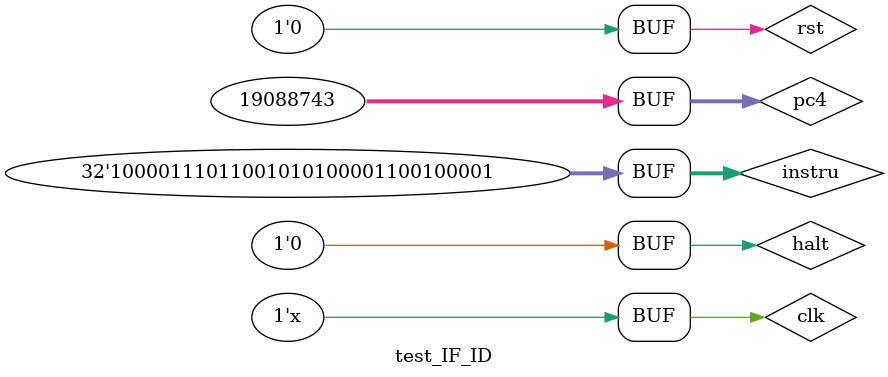
<source format=v>
`timescale 1ns / 1ps
module test_IF_ID( );
	reg clk;
    reg rst;
    reg halt;
    reg [31:0] instru;
    reg [31:0] pc4;
    wire [31:0] instru_out;
    wire [31:0] pc4_out;
    IF_ID test_ifid(
    	clk,rst,halt,instru, pc4,
    	instru_out,pc4_out
    	);
    initial begin
    	clk = 0;
    	rst = 1;
    	halt = 1;
    	instru = 32'h01234567;
    	pc4 = 32'h87654321;
    	#20 rst = 0;
    	#100 rst = 1;
    	#100 rst = 0;
    	#50 halt = 0;
    	instru = 32'h87654321;
    	pc4 = 32'h01234567;
    end
    always begin
    	#5 clk = ~clk;
    end
endmodule

</source>
